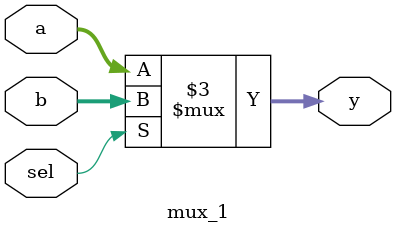
<source format=sv>
module mux_1 (
    input logic[31:0] a,        // Input a
    input  logic[31:0] b,        // Input b
    input  logic sel,      // Select signal
    output logic[31:0] y         // Output
);
    always_comb
	
	begin
        if (sel)
            y = b;         // Select b if sel is 1
        else
            y = a;         // Select a if sel is 0
    end
endmodule

</source>
